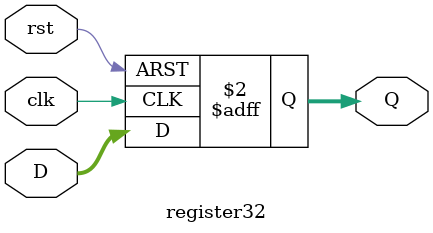
<source format=v>
`timescale 1ns / 1ns

module register32(clk, rst, D, Q);
input clk, rst;
input  [31:0] D;
output [31:0] Q;
reg    [31:0] Q;

always @ (posedge clk, posedge rst)
	if (rst) Q <= 31'b0;
	else		Q <= D;
endmodule

</source>
